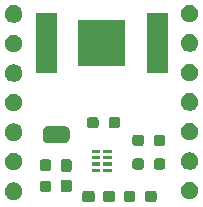
<source format=gbs>
%TF.GenerationSoftware,KiCad,Pcbnew,9.0.7-9.0.7~ubuntu24.04.1*%
%TF.CreationDate,2026-01-03T22:14:34+01:00*%
%TF.ProjectId,rtc_xiao_esp32s3,7274635f-7869-4616-9f5f-657370333273,1.0*%
%TF.SameCoordinates,Original*%
%TF.FileFunction,Soldermask,Bot*%
%TF.FilePolarity,Negative*%
%FSLAX46Y46*%
G04 Gerber Fmt 4.6, Leading zero omitted, Abs format (unit mm)*
G04 Created by KiCad (PCBNEW 9.0.7-9.0.7~ubuntu24.04.1) date 2026-01-03 22:14:34*
%MOMM*%
%LPD*%
G01*
G04 APERTURE LIST*
G04 APERTURE END LIST*
G36*
X123940730Y-113025642D02*
G01*
X123990412Y-113031406D01*
X124007389Y-113038902D01*
X124028387Y-113043079D01*
X124050867Y-113058099D01*
X124071326Y-113067133D01*
X124085298Y-113081105D01*
X124105438Y-113094562D01*
X124118894Y-113114701D01*
X124132866Y-113128673D01*
X124141899Y-113149130D01*
X124156921Y-113171613D01*
X124161098Y-113192611D01*
X124168592Y-113209584D01*
X124174353Y-113259247D01*
X124175000Y-113262500D01*
X124175000Y-113737500D01*
X124174354Y-113740742D01*
X124168593Y-113790412D01*
X124161098Y-113807385D01*
X124156921Y-113828387D01*
X124141897Y-113850871D01*
X124132866Y-113871326D01*
X124118896Y-113885295D01*
X124105438Y-113905438D01*
X124085295Y-113918896D01*
X124071326Y-113932866D01*
X124050871Y-113941897D01*
X124028387Y-113956921D01*
X124007386Y-113961098D01*
X123990415Y-113968592D01*
X123940753Y-113974352D01*
X123937500Y-113975000D01*
X123337500Y-113975000D01*
X123334258Y-113974355D01*
X123284587Y-113968593D01*
X123267613Y-113961098D01*
X123246613Y-113956921D01*
X123224130Y-113941898D01*
X123203673Y-113932866D01*
X123189701Y-113918894D01*
X123169562Y-113905438D01*
X123156105Y-113885298D01*
X123142133Y-113871326D01*
X123133099Y-113850866D01*
X123118079Y-113828387D01*
X123113902Y-113807390D01*
X123106407Y-113790415D01*
X123100644Y-113740741D01*
X123100000Y-113737500D01*
X123100000Y-113262500D01*
X123100642Y-113259270D01*
X123106406Y-113209587D01*
X123113902Y-113192608D01*
X123118079Y-113171613D01*
X123133098Y-113149134D01*
X123142133Y-113128673D01*
X123156107Y-113114698D01*
X123169562Y-113094562D01*
X123189698Y-113081107D01*
X123203673Y-113067133D01*
X123224135Y-113058098D01*
X123246613Y-113043079D01*
X123267607Y-113038902D01*
X123284584Y-113031407D01*
X123334259Y-113025644D01*
X123337500Y-113025000D01*
X123937500Y-113025000D01*
X123940730Y-113025642D01*
G37*
G36*
X125665730Y-113025642D02*
G01*
X125715412Y-113031406D01*
X125732389Y-113038902D01*
X125753387Y-113043079D01*
X125775867Y-113058099D01*
X125796326Y-113067133D01*
X125810298Y-113081105D01*
X125830438Y-113094562D01*
X125843894Y-113114701D01*
X125857866Y-113128673D01*
X125866899Y-113149130D01*
X125881921Y-113171613D01*
X125886098Y-113192611D01*
X125893592Y-113209584D01*
X125899353Y-113259247D01*
X125900000Y-113262500D01*
X125900000Y-113737500D01*
X125899354Y-113740742D01*
X125893593Y-113790412D01*
X125886098Y-113807385D01*
X125881921Y-113828387D01*
X125866897Y-113850871D01*
X125857866Y-113871326D01*
X125843896Y-113885295D01*
X125830438Y-113905438D01*
X125810295Y-113918896D01*
X125796326Y-113932866D01*
X125775871Y-113941897D01*
X125753387Y-113956921D01*
X125732386Y-113961098D01*
X125715415Y-113968592D01*
X125665753Y-113974352D01*
X125662500Y-113975000D01*
X125062500Y-113975000D01*
X125059258Y-113974355D01*
X125009587Y-113968593D01*
X124992613Y-113961098D01*
X124971613Y-113956921D01*
X124949130Y-113941898D01*
X124928673Y-113932866D01*
X124914701Y-113918894D01*
X124894562Y-113905438D01*
X124881105Y-113885298D01*
X124867133Y-113871326D01*
X124858099Y-113850866D01*
X124843079Y-113828387D01*
X124838902Y-113807390D01*
X124831407Y-113790415D01*
X124825644Y-113740741D01*
X124825000Y-113737500D01*
X124825000Y-113262500D01*
X124825642Y-113259270D01*
X124831406Y-113209587D01*
X124838902Y-113192608D01*
X124843079Y-113171613D01*
X124858098Y-113149134D01*
X124867133Y-113128673D01*
X124881107Y-113114698D01*
X124894562Y-113094562D01*
X124914698Y-113081107D01*
X124928673Y-113067133D01*
X124949135Y-113058098D01*
X124971613Y-113043079D01*
X124992607Y-113038902D01*
X125009584Y-113031407D01*
X125059259Y-113025644D01*
X125062500Y-113025000D01*
X125662500Y-113025000D01*
X125665730Y-113025642D01*
G37*
G36*
X127340730Y-113025642D02*
G01*
X127390412Y-113031406D01*
X127407389Y-113038902D01*
X127428387Y-113043079D01*
X127450867Y-113058099D01*
X127471326Y-113067133D01*
X127485298Y-113081105D01*
X127505438Y-113094562D01*
X127518894Y-113114701D01*
X127532866Y-113128673D01*
X127541899Y-113149130D01*
X127556921Y-113171613D01*
X127561098Y-113192611D01*
X127568592Y-113209584D01*
X127574353Y-113259247D01*
X127575000Y-113262500D01*
X127575000Y-113737500D01*
X127574354Y-113740742D01*
X127568593Y-113790412D01*
X127561098Y-113807385D01*
X127556921Y-113828387D01*
X127541897Y-113850871D01*
X127532866Y-113871326D01*
X127518896Y-113885295D01*
X127505438Y-113905438D01*
X127485295Y-113918896D01*
X127471326Y-113932866D01*
X127450871Y-113941897D01*
X127428387Y-113956921D01*
X127407386Y-113961098D01*
X127390415Y-113968592D01*
X127340753Y-113974352D01*
X127337500Y-113975000D01*
X126837500Y-113975000D01*
X126834258Y-113974355D01*
X126784587Y-113968593D01*
X126767613Y-113961098D01*
X126746613Y-113956921D01*
X126724130Y-113941898D01*
X126703673Y-113932866D01*
X126689701Y-113918894D01*
X126669562Y-113905438D01*
X126656105Y-113885298D01*
X126642133Y-113871326D01*
X126633099Y-113850866D01*
X126618079Y-113828387D01*
X126613902Y-113807390D01*
X126606407Y-113790415D01*
X126600644Y-113740741D01*
X126600000Y-113737500D01*
X126600000Y-113262500D01*
X126600642Y-113259270D01*
X126606406Y-113209587D01*
X126613902Y-113192608D01*
X126618079Y-113171613D01*
X126633098Y-113149134D01*
X126642133Y-113128673D01*
X126656107Y-113114698D01*
X126669562Y-113094562D01*
X126689698Y-113081107D01*
X126703673Y-113067133D01*
X126724135Y-113058098D01*
X126746613Y-113043079D01*
X126767607Y-113038902D01*
X126784584Y-113031407D01*
X126834259Y-113025644D01*
X126837500Y-113025000D01*
X127337500Y-113025000D01*
X127340730Y-113025642D01*
G37*
G36*
X129165730Y-113025642D02*
G01*
X129215412Y-113031406D01*
X129232389Y-113038902D01*
X129253387Y-113043079D01*
X129275867Y-113058099D01*
X129296326Y-113067133D01*
X129310298Y-113081105D01*
X129330438Y-113094562D01*
X129343894Y-113114701D01*
X129357866Y-113128673D01*
X129366899Y-113149130D01*
X129381921Y-113171613D01*
X129386098Y-113192611D01*
X129393592Y-113209584D01*
X129399353Y-113259247D01*
X129400000Y-113262500D01*
X129400000Y-113737500D01*
X129399354Y-113740742D01*
X129393593Y-113790412D01*
X129386098Y-113807385D01*
X129381921Y-113828387D01*
X129366897Y-113850871D01*
X129357866Y-113871326D01*
X129343896Y-113885295D01*
X129330438Y-113905438D01*
X129310295Y-113918896D01*
X129296326Y-113932866D01*
X129275871Y-113941897D01*
X129253387Y-113956921D01*
X129232386Y-113961098D01*
X129215415Y-113968592D01*
X129165753Y-113974352D01*
X129162500Y-113975000D01*
X128662500Y-113975000D01*
X128659258Y-113974355D01*
X128609587Y-113968593D01*
X128592613Y-113961098D01*
X128571613Y-113956921D01*
X128549130Y-113941898D01*
X128528673Y-113932866D01*
X128514701Y-113918894D01*
X128494562Y-113905438D01*
X128481105Y-113885298D01*
X128467133Y-113871326D01*
X128458099Y-113850866D01*
X128443079Y-113828387D01*
X128438902Y-113807390D01*
X128431407Y-113790415D01*
X128425644Y-113740741D01*
X128425000Y-113737500D01*
X128425000Y-113262500D01*
X128425642Y-113259270D01*
X128431406Y-113209587D01*
X128438902Y-113192608D01*
X128443079Y-113171613D01*
X128458098Y-113149134D01*
X128467133Y-113128673D01*
X128481107Y-113114698D01*
X128494562Y-113094562D01*
X128514698Y-113081107D01*
X128528673Y-113067133D01*
X128549135Y-113058098D01*
X128571613Y-113043079D01*
X128592607Y-113038902D01*
X128609584Y-113031407D01*
X128659259Y-113025644D01*
X128662500Y-113025000D01*
X129162500Y-113025000D01*
X129165730Y-113025642D01*
G37*
G36*
X117517714Y-112332295D02*
G01*
X117653548Y-112388559D01*
X117775795Y-112470242D01*
X117879758Y-112574205D01*
X117961441Y-112696452D01*
X118017705Y-112832286D01*
X118046389Y-112976487D01*
X118046389Y-113123513D01*
X118017705Y-113267714D01*
X117961441Y-113403548D01*
X117879758Y-113525795D01*
X117775795Y-113629758D01*
X117653548Y-113711441D01*
X117517714Y-113767705D01*
X117373513Y-113796389D01*
X117226487Y-113796389D01*
X117082286Y-113767705D01*
X116946452Y-113711441D01*
X116824205Y-113629758D01*
X116720242Y-113525795D01*
X116638559Y-113403548D01*
X116582295Y-113267714D01*
X116553611Y-113123513D01*
X116553611Y-112976487D01*
X116582295Y-112832286D01*
X116638559Y-112696452D01*
X116720242Y-112574205D01*
X116824205Y-112470242D01*
X116946452Y-112388559D01*
X117082286Y-112332295D01*
X117226487Y-112303611D01*
X117373513Y-112303611D01*
X117517714Y-112332295D01*
G37*
G36*
X132417714Y-112282295D02*
G01*
X132553548Y-112338559D01*
X132675795Y-112420242D01*
X132779758Y-112524205D01*
X132861441Y-112646452D01*
X132917705Y-112782286D01*
X132946389Y-112926487D01*
X132946389Y-113073513D01*
X132917705Y-113217714D01*
X132861441Y-113353548D01*
X132779758Y-113475795D01*
X132675795Y-113579758D01*
X132553548Y-113661441D01*
X132417714Y-113717705D01*
X132273513Y-113746389D01*
X132126487Y-113746389D01*
X131982286Y-113717705D01*
X131846452Y-113661441D01*
X131724205Y-113579758D01*
X131620242Y-113475795D01*
X131538559Y-113353548D01*
X131482295Y-113217714D01*
X131453611Y-113073513D01*
X131453611Y-112926487D01*
X131482295Y-112782286D01*
X131538559Y-112646452D01*
X131620242Y-112524205D01*
X131724205Y-112420242D01*
X131846452Y-112338559D01*
X131982286Y-112282295D01*
X132126487Y-112253611D01*
X132273513Y-112253611D01*
X132417714Y-112282295D01*
G37*
G36*
X120240730Y-112175642D02*
G01*
X120290412Y-112181406D01*
X120307389Y-112188902D01*
X120328387Y-112193079D01*
X120350867Y-112208099D01*
X120371326Y-112217133D01*
X120385298Y-112231105D01*
X120405438Y-112244562D01*
X120418894Y-112264701D01*
X120432866Y-112278673D01*
X120441899Y-112299130D01*
X120456921Y-112321613D01*
X120461098Y-112342611D01*
X120468592Y-112359584D01*
X120474353Y-112409247D01*
X120475000Y-112412500D01*
X120475000Y-112912500D01*
X120474354Y-112915742D01*
X120468593Y-112965412D01*
X120461098Y-112982385D01*
X120456921Y-113003387D01*
X120441897Y-113025871D01*
X120432866Y-113046326D01*
X120418896Y-113060295D01*
X120405438Y-113080438D01*
X120385295Y-113093896D01*
X120371326Y-113107866D01*
X120350871Y-113116897D01*
X120328387Y-113131921D01*
X120307386Y-113136098D01*
X120290415Y-113143592D01*
X120240753Y-113149352D01*
X120237500Y-113150000D01*
X119762500Y-113150000D01*
X119759258Y-113149355D01*
X119709587Y-113143593D01*
X119692613Y-113136098D01*
X119671613Y-113131921D01*
X119649130Y-113116898D01*
X119628673Y-113107866D01*
X119614701Y-113093894D01*
X119594562Y-113080438D01*
X119581105Y-113060298D01*
X119567133Y-113046326D01*
X119558099Y-113025866D01*
X119543079Y-113003387D01*
X119538902Y-112982390D01*
X119531407Y-112965415D01*
X119525644Y-112915741D01*
X119525000Y-112912500D01*
X119525000Y-112412500D01*
X119525642Y-112409270D01*
X119531406Y-112359587D01*
X119538902Y-112342608D01*
X119543079Y-112321613D01*
X119558098Y-112299134D01*
X119567133Y-112278673D01*
X119581107Y-112264698D01*
X119594562Y-112244562D01*
X119614698Y-112231107D01*
X119628673Y-112217133D01*
X119649135Y-112208098D01*
X119671613Y-112193079D01*
X119692607Y-112188902D01*
X119709584Y-112181407D01*
X119759259Y-112175644D01*
X119762500Y-112175000D01*
X120237500Y-112175000D01*
X120240730Y-112175642D01*
G37*
G36*
X121990730Y-112075642D02*
G01*
X122040412Y-112081406D01*
X122057389Y-112088902D01*
X122078387Y-112093079D01*
X122100867Y-112108099D01*
X122121326Y-112117133D01*
X122135298Y-112131105D01*
X122155438Y-112144562D01*
X122168894Y-112164701D01*
X122182866Y-112178673D01*
X122191899Y-112199130D01*
X122206921Y-112221613D01*
X122211098Y-112242611D01*
X122218592Y-112259584D01*
X122224353Y-112309247D01*
X122225000Y-112312500D01*
X122225000Y-112912500D01*
X122224354Y-112915742D01*
X122218593Y-112965412D01*
X122211098Y-112982385D01*
X122206921Y-113003387D01*
X122191897Y-113025871D01*
X122182866Y-113046326D01*
X122168896Y-113060295D01*
X122155438Y-113080438D01*
X122135295Y-113093896D01*
X122121326Y-113107866D01*
X122100871Y-113116897D01*
X122078387Y-113131921D01*
X122057386Y-113136098D01*
X122040415Y-113143592D01*
X121990753Y-113149352D01*
X121987500Y-113150000D01*
X121512500Y-113150000D01*
X121509258Y-113149355D01*
X121459587Y-113143593D01*
X121442613Y-113136098D01*
X121421613Y-113131921D01*
X121399130Y-113116898D01*
X121378673Y-113107866D01*
X121364701Y-113093894D01*
X121344562Y-113080438D01*
X121331105Y-113060298D01*
X121317133Y-113046326D01*
X121308099Y-113025866D01*
X121293079Y-113003387D01*
X121288902Y-112982390D01*
X121281407Y-112965415D01*
X121275644Y-112915741D01*
X121275000Y-112912500D01*
X121275000Y-112312500D01*
X121275642Y-112309270D01*
X121281406Y-112259587D01*
X121288902Y-112242608D01*
X121293079Y-112221613D01*
X121308098Y-112199134D01*
X121317133Y-112178673D01*
X121331107Y-112164698D01*
X121344562Y-112144562D01*
X121364698Y-112131107D01*
X121378673Y-112117133D01*
X121399135Y-112108098D01*
X121421613Y-112093079D01*
X121442607Y-112088902D01*
X121459584Y-112081407D01*
X121509259Y-112075644D01*
X121512500Y-112075000D01*
X121987500Y-112075000D01*
X121990730Y-112075642D01*
G37*
G36*
X121990730Y-110350642D02*
G01*
X122040412Y-110356406D01*
X122057389Y-110363902D01*
X122078387Y-110368079D01*
X122100867Y-110383099D01*
X122121326Y-110392133D01*
X122135298Y-110406105D01*
X122155438Y-110419562D01*
X122168894Y-110439701D01*
X122182866Y-110453673D01*
X122191899Y-110474130D01*
X122206921Y-110496613D01*
X122211098Y-110517611D01*
X122218592Y-110534584D01*
X122224353Y-110584247D01*
X122225000Y-110587500D01*
X122225000Y-111187500D01*
X122224354Y-111190742D01*
X122218593Y-111240412D01*
X122211098Y-111257385D01*
X122206921Y-111278387D01*
X122191897Y-111300871D01*
X122182866Y-111321326D01*
X122168896Y-111335295D01*
X122155438Y-111355438D01*
X122135295Y-111368896D01*
X122121326Y-111382866D01*
X122100871Y-111391897D01*
X122078387Y-111406921D01*
X122057386Y-111411098D01*
X122040415Y-111418592D01*
X121990753Y-111424352D01*
X121987500Y-111425000D01*
X121512500Y-111425000D01*
X121509258Y-111424355D01*
X121459587Y-111418593D01*
X121442613Y-111411098D01*
X121421613Y-111406921D01*
X121399130Y-111391898D01*
X121378673Y-111382866D01*
X121364701Y-111368894D01*
X121344562Y-111355438D01*
X121331105Y-111335298D01*
X121317133Y-111321326D01*
X121308099Y-111300866D01*
X121293079Y-111278387D01*
X121288902Y-111257390D01*
X121281407Y-111240415D01*
X121275644Y-111190741D01*
X121275000Y-111187500D01*
X121275000Y-110587500D01*
X121275642Y-110584270D01*
X121281406Y-110534587D01*
X121288902Y-110517608D01*
X121293079Y-110496613D01*
X121308098Y-110474134D01*
X121317133Y-110453673D01*
X121331107Y-110439698D01*
X121344562Y-110419562D01*
X121364698Y-110406107D01*
X121378673Y-110392133D01*
X121399135Y-110383098D01*
X121421613Y-110368079D01*
X121442607Y-110363902D01*
X121459584Y-110356407D01*
X121509259Y-110350644D01*
X121512500Y-110350000D01*
X121987500Y-110350000D01*
X121990730Y-110350642D01*
G37*
G36*
X124600000Y-111425000D02*
G01*
X123900000Y-111425000D01*
X123900000Y-111155000D01*
X124600000Y-111155000D01*
X124600000Y-111425000D01*
G37*
G36*
X125600000Y-111425000D02*
G01*
X124900000Y-111425000D01*
X124900000Y-111155000D01*
X125600000Y-111155000D01*
X125600000Y-111425000D01*
G37*
G36*
X120240730Y-110350642D02*
G01*
X120290412Y-110356406D01*
X120307389Y-110363902D01*
X120328387Y-110368079D01*
X120350867Y-110383099D01*
X120371326Y-110392133D01*
X120385298Y-110406105D01*
X120405438Y-110419562D01*
X120418894Y-110439701D01*
X120432866Y-110453673D01*
X120441899Y-110474130D01*
X120456921Y-110496613D01*
X120461098Y-110517611D01*
X120468592Y-110534584D01*
X120474353Y-110584247D01*
X120475000Y-110587500D01*
X120475000Y-111087500D01*
X120474354Y-111090742D01*
X120468593Y-111140412D01*
X120461098Y-111157385D01*
X120456921Y-111178387D01*
X120441897Y-111200871D01*
X120432866Y-111221326D01*
X120418896Y-111235295D01*
X120405438Y-111255438D01*
X120385295Y-111268896D01*
X120371326Y-111282866D01*
X120350871Y-111291897D01*
X120328387Y-111306921D01*
X120307386Y-111311098D01*
X120290415Y-111318592D01*
X120240753Y-111324352D01*
X120237500Y-111325000D01*
X119762500Y-111325000D01*
X119759258Y-111324355D01*
X119709587Y-111318593D01*
X119692613Y-111311098D01*
X119671613Y-111306921D01*
X119649130Y-111291898D01*
X119628673Y-111282866D01*
X119614701Y-111268894D01*
X119594562Y-111255438D01*
X119581105Y-111235298D01*
X119567133Y-111221326D01*
X119558099Y-111200866D01*
X119543079Y-111178387D01*
X119538902Y-111157390D01*
X119531407Y-111140415D01*
X119525644Y-111090741D01*
X119525000Y-111087500D01*
X119525000Y-110587500D01*
X119525642Y-110584270D01*
X119531406Y-110534587D01*
X119538902Y-110517608D01*
X119543079Y-110496613D01*
X119558098Y-110474134D01*
X119567133Y-110453673D01*
X119581107Y-110439698D01*
X119594562Y-110419562D01*
X119614698Y-110406107D01*
X119628673Y-110392133D01*
X119649135Y-110383098D01*
X119671613Y-110368079D01*
X119692607Y-110363902D01*
X119709584Y-110356407D01*
X119759259Y-110350644D01*
X119762500Y-110350000D01*
X120237500Y-110350000D01*
X120240730Y-110350642D01*
G37*
G36*
X117517714Y-109832295D02*
G01*
X117653548Y-109888559D01*
X117775795Y-109970242D01*
X117879758Y-110074205D01*
X117961441Y-110196452D01*
X118017705Y-110332286D01*
X118046389Y-110476487D01*
X118046389Y-110623513D01*
X118017705Y-110767714D01*
X117961441Y-110903548D01*
X117879758Y-111025795D01*
X117775795Y-111129758D01*
X117653548Y-111211441D01*
X117517714Y-111267705D01*
X117373513Y-111296389D01*
X117226487Y-111296389D01*
X117082286Y-111267705D01*
X116946452Y-111211441D01*
X116824205Y-111129758D01*
X116720242Y-111025795D01*
X116638559Y-110903548D01*
X116582295Y-110767714D01*
X116553611Y-110623513D01*
X116553611Y-110476487D01*
X116582295Y-110332286D01*
X116638559Y-110196452D01*
X116720242Y-110074205D01*
X116824205Y-109970242D01*
X116946452Y-109888559D01*
X117082286Y-109832295D01*
X117226487Y-109803611D01*
X117373513Y-109803611D01*
X117517714Y-109832295D01*
G37*
G36*
X132417714Y-109782295D02*
G01*
X132553548Y-109838559D01*
X132675795Y-109920242D01*
X132779758Y-110024205D01*
X132861441Y-110146452D01*
X132917705Y-110282286D01*
X132946389Y-110426487D01*
X132946389Y-110573513D01*
X132917705Y-110717714D01*
X132861441Y-110853548D01*
X132779758Y-110975795D01*
X132675795Y-111079758D01*
X132553548Y-111161441D01*
X132417714Y-111217705D01*
X132273513Y-111246389D01*
X132126487Y-111246389D01*
X131982286Y-111217705D01*
X131846452Y-111161441D01*
X131724205Y-111079758D01*
X131620242Y-110975795D01*
X131538559Y-110853548D01*
X131482295Y-110717714D01*
X131453611Y-110573513D01*
X131453611Y-110426487D01*
X131482295Y-110282286D01*
X131538559Y-110146452D01*
X131620242Y-110024205D01*
X131724205Y-109920242D01*
X131846452Y-109838559D01*
X131982286Y-109782295D01*
X132126487Y-109753611D01*
X132273513Y-109753611D01*
X132417714Y-109782295D01*
G37*
G36*
X128090730Y-110275642D02*
G01*
X128140412Y-110281406D01*
X128157389Y-110288902D01*
X128178387Y-110293079D01*
X128200867Y-110308099D01*
X128221326Y-110317133D01*
X128235298Y-110331105D01*
X128255438Y-110344562D01*
X128268894Y-110364701D01*
X128282866Y-110378673D01*
X128291899Y-110399130D01*
X128306921Y-110421613D01*
X128311098Y-110442611D01*
X128318592Y-110459584D01*
X128324353Y-110509247D01*
X128325000Y-110512500D01*
X128325000Y-110987500D01*
X128324354Y-110990742D01*
X128318593Y-111040412D01*
X128311098Y-111057385D01*
X128306921Y-111078387D01*
X128291897Y-111100871D01*
X128282866Y-111121326D01*
X128268896Y-111135295D01*
X128255438Y-111155438D01*
X128235295Y-111168896D01*
X128221326Y-111182866D01*
X128200871Y-111191897D01*
X128178387Y-111206921D01*
X128157386Y-111211098D01*
X128140415Y-111218592D01*
X128090753Y-111224352D01*
X128087500Y-111225000D01*
X127587500Y-111225000D01*
X127584258Y-111224355D01*
X127534587Y-111218593D01*
X127517613Y-111211098D01*
X127496613Y-111206921D01*
X127474130Y-111191898D01*
X127453673Y-111182866D01*
X127439701Y-111168894D01*
X127419562Y-111155438D01*
X127406105Y-111135298D01*
X127392133Y-111121326D01*
X127383099Y-111100866D01*
X127368079Y-111078387D01*
X127363902Y-111057390D01*
X127356407Y-111040415D01*
X127350644Y-110990741D01*
X127350000Y-110987500D01*
X127350000Y-110512500D01*
X127350642Y-110509270D01*
X127356406Y-110459587D01*
X127363902Y-110442608D01*
X127368079Y-110421613D01*
X127383098Y-110399134D01*
X127392133Y-110378673D01*
X127406107Y-110364698D01*
X127419562Y-110344562D01*
X127439698Y-110331107D01*
X127453673Y-110317133D01*
X127474135Y-110308098D01*
X127496613Y-110293079D01*
X127517607Y-110288902D01*
X127534584Y-110281407D01*
X127584259Y-110275644D01*
X127587500Y-110275000D01*
X128087500Y-110275000D01*
X128090730Y-110275642D01*
G37*
G36*
X129915730Y-110275642D02*
G01*
X129965412Y-110281406D01*
X129982389Y-110288902D01*
X130003387Y-110293079D01*
X130025867Y-110308099D01*
X130046326Y-110317133D01*
X130060298Y-110331105D01*
X130080438Y-110344562D01*
X130093894Y-110364701D01*
X130107866Y-110378673D01*
X130116899Y-110399130D01*
X130131921Y-110421613D01*
X130136098Y-110442611D01*
X130143592Y-110459584D01*
X130149353Y-110509247D01*
X130150000Y-110512500D01*
X130150000Y-110987500D01*
X130149354Y-110990742D01*
X130143593Y-111040412D01*
X130136098Y-111057385D01*
X130131921Y-111078387D01*
X130116897Y-111100871D01*
X130107866Y-111121326D01*
X130093896Y-111135295D01*
X130080438Y-111155438D01*
X130060295Y-111168896D01*
X130046326Y-111182866D01*
X130025871Y-111191897D01*
X130003387Y-111206921D01*
X129982386Y-111211098D01*
X129965415Y-111218592D01*
X129915753Y-111224352D01*
X129912500Y-111225000D01*
X129412500Y-111225000D01*
X129409258Y-111224355D01*
X129359587Y-111218593D01*
X129342613Y-111211098D01*
X129321613Y-111206921D01*
X129299130Y-111191898D01*
X129278673Y-111182866D01*
X129264701Y-111168894D01*
X129244562Y-111155438D01*
X129231105Y-111135298D01*
X129217133Y-111121326D01*
X129208099Y-111100866D01*
X129193079Y-111078387D01*
X129188902Y-111057390D01*
X129181407Y-111040415D01*
X129175644Y-110990741D01*
X129175000Y-110987500D01*
X129175000Y-110512500D01*
X129175642Y-110509270D01*
X129181406Y-110459587D01*
X129188902Y-110442608D01*
X129193079Y-110421613D01*
X129208098Y-110399134D01*
X129217133Y-110378673D01*
X129231107Y-110364698D01*
X129244562Y-110344562D01*
X129264698Y-110331107D01*
X129278673Y-110317133D01*
X129299135Y-110308098D01*
X129321613Y-110293079D01*
X129342607Y-110288902D01*
X129359584Y-110281407D01*
X129409259Y-110275644D01*
X129412500Y-110275000D01*
X129912500Y-110275000D01*
X129915730Y-110275642D01*
G37*
G36*
X124600000Y-110885000D02*
G01*
X123900000Y-110885000D01*
X123900000Y-110615000D01*
X124600000Y-110615000D01*
X124600000Y-110885000D01*
G37*
G36*
X125600000Y-110885000D02*
G01*
X124900000Y-110885000D01*
X124900000Y-110615000D01*
X125600000Y-110615000D01*
X125600000Y-110885000D01*
G37*
G36*
X124600000Y-110345000D02*
G01*
X123900000Y-110345000D01*
X123900000Y-110075000D01*
X124600000Y-110075000D01*
X124600000Y-110345000D01*
G37*
G36*
X125600000Y-110345000D02*
G01*
X124900000Y-110345000D01*
X124900000Y-110075000D01*
X125600000Y-110075000D01*
X125600000Y-110345000D01*
G37*
G36*
X124600000Y-109805000D02*
G01*
X123900000Y-109805000D01*
X123900000Y-109535000D01*
X124600000Y-109535000D01*
X124600000Y-109805000D01*
G37*
G36*
X125600000Y-109805000D02*
G01*
X124900000Y-109805000D01*
X124900000Y-109535000D01*
X125600000Y-109535000D01*
X125600000Y-109805000D01*
G37*
G36*
X128090730Y-108275642D02*
G01*
X128140412Y-108281406D01*
X128157389Y-108288902D01*
X128178387Y-108293079D01*
X128200867Y-108308099D01*
X128221326Y-108317133D01*
X128235298Y-108331105D01*
X128255438Y-108344562D01*
X128268894Y-108364701D01*
X128282866Y-108378673D01*
X128291899Y-108399130D01*
X128306921Y-108421613D01*
X128311098Y-108442611D01*
X128318592Y-108459584D01*
X128324353Y-108509247D01*
X128325000Y-108512500D01*
X128325000Y-108987500D01*
X128324354Y-108990742D01*
X128318593Y-109040412D01*
X128311098Y-109057385D01*
X128306921Y-109078387D01*
X128291897Y-109100871D01*
X128282866Y-109121326D01*
X128268896Y-109135295D01*
X128255438Y-109155438D01*
X128235295Y-109168896D01*
X128221326Y-109182866D01*
X128200871Y-109191897D01*
X128178387Y-109206921D01*
X128157386Y-109211098D01*
X128140415Y-109218592D01*
X128090753Y-109224352D01*
X128087500Y-109225000D01*
X127587500Y-109225000D01*
X127584258Y-109224355D01*
X127534587Y-109218593D01*
X127517613Y-109211098D01*
X127496613Y-109206921D01*
X127474130Y-109191898D01*
X127453673Y-109182866D01*
X127439701Y-109168894D01*
X127419562Y-109155438D01*
X127406105Y-109135298D01*
X127392133Y-109121326D01*
X127383099Y-109100866D01*
X127368079Y-109078387D01*
X127363902Y-109057390D01*
X127356407Y-109040415D01*
X127350644Y-108990741D01*
X127350000Y-108987500D01*
X127350000Y-108512500D01*
X127350642Y-108509270D01*
X127356406Y-108459587D01*
X127363902Y-108442608D01*
X127368079Y-108421613D01*
X127383098Y-108399134D01*
X127392133Y-108378673D01*
X127406107Y-108364698D01*
X127419562Y-108344562D01*
X127439698Y-108331107D01*
X127453673Y-108317133D01*
X127474135Y-108308098D01*
X127496613Y-108293079D01*
X127517607Y-108288902D01*
X127534584Y-108281407D01*
X127584259Y-108275644D01*
X127587500Y-108275000D01*
X128087500Y-108275000D01*
X128090730Y-108275642D01*
G37*
G36*
X129915730Y-108275642D02*
G01*
X129965412Y-108281406D01*
X129982389Y-108288902D01*
X130003387Y-108293079D01*
X130025867Y-108308099D01*
X130046326Y-108317133D01*
X130060298Y-108331105D01*
X130080438Y-108344562D01*
X130093894Y-108364701D01*
X130107866Y-108378673D01*
X130116899Y-108399130D01*
X130131921Y-108421613D01*
X130136098Y-108442611D01*
X130143592Y-108459584D01*
X130149353Y-108509247D01*
X130150000Y-108512500D01*
X130150000Y-108987500D01*
X130149354Y-108990742D01*
X130143593Y-109040412D01*
X130136098Y-109057385D01*
X130131921Y-109078387D01*
X130116897Y-109100871D01*
X130107866Y-109121326D01*
X130093896Y-109135295D01*
X130080438Y-109155438D01*
X130060295Y-109168896D01*
X130046326Y-109182866D01*
X130025871Y-109191897D01*
X130003387Y-109206921D01*
X129982386Y-109211098D01*
X129965415Y-109218592D01*
X129915753Y-109224352D01*
X129912500Y-109225000D01*
X129412500Y-109225000D01*
X129409258Y-109224355D01*
X129359587Y-109218593D01*
X129342613Y-109211098D01*
X129321613Y-109206921D01*
X129299130Y-109191898D01*
X129278673Y-109182866D01*
X129264701Y-109168894D01*
X129244562Y-109155438D01*
X129231105Y-109135298D01*
X129217133Y-109121326D01*
X129208099Y-109100866D01*
X129193079Y-109078387D01*
X129188902Y-109057390D01*
X129181407Y-109040415D01*
X129175644Y-108990741D01*
X129175000Y-108987500D01*
X129175000Y-108512500D01*
X129175642Y-108509270D01*
X129181406Y-108459587D01*
X129188902Y-108442608D01*
X129193079Y-108421613D01*
X129208098Y-108399134D01*
X129217133Y-108378673D01*
X129231107Y-108364698D01*
X129244562Y-108344562D01*
X129264698Y-108331107D01*
X129278673Y-108317133D01*
X129299135Y-108308098D01*
X129321613Y-108293079D01*
X129342607Y-108288902D01*
X129359584Y-108281407D01*
X129409259Y-108275644D01*
X129412500Y-108275000D01*
X129912500Y-108275000D01*
X129915730Y-108275642D01*
G37*
G36*
X120753536Y-107496464D02*
G01*
X120754719Y-107499321D01*
X120758131Y-107500000D01*
X121041869Y-107500000D01*
X121045280Y-107499321D01*
X121046464Y-107496464D01*
X121050000Y-107495000D01*
X121550000Y-107495000D01*
X121553536Y-107496464D01*
X121554549Y-107498912D01*
X121556388Y-107499278D01*
X121612641Y-107499278D01*
X121615263Y-107499278D01*
X121616557Y-107499448D01*
X121619091Y-107500127D01*
X121740097Y-107532549D01*
X121740101Y-107532550D01*
X121742636Y-107533230D01*
X121743842Y-107533730D01*
X121746114Y-107535041D01*
X121746117Y-107535043D01*
X121854608Y-107597680D01*
X121854611Y-107597682D01*
X121856881Y-107598993D01*
X121857917Y-107599787D01*
X121950213Y-107692083D01*
X121951007Y-107693119D01*
X121952317Y-107695389D01*
X121952319Y-107695391D01*
X122014956Y-107803882D01*
X122016270Y-107806158D01*
X122016770Y-107807364D01*
X122050552Y-107933443D01*
X122050722Y-107934737D01*
X122050722Y-107937358D01*
X122050722Y-107993612D01*
X122051087Y-107995449D01*
X122053536Y-107996464D01*
X122055000Y-108000000D01*
X122055000Y-108500000D01*
X122053536Y-108503536D01*
X122051087Y-108504549D01*
X122050722Y-108506387D01*
X122050722Y-108565263D01*
X122050552Y-108566557D01*
X122016770Y-108692636D01*
X122016270Y-108693842D01*
X121951007Y-108806881D01*
X121950213Y-108807917D01*
X121857917Y-108900213D01*
X121856881Y-108901007D01*
X121743842Y-108966270D01*
X121742636Y-108966770D01*
X121616557Y-109000552D01*
X121615263Y-109000722D01*
X121612641Y-109000722D01*
X121556388Y-109000722D01*
X121554549Y-109001087D01*
X121553536Y-109003536D01*
X121550000Y-109005000D01*
X121542044Y-109005000D01*
X121057956Y-109005000D01*
X121050000Y-109005000D01*
X121046464Y-109003536D01*
X121045280Y-109000678D01*
X121041869Y-109000000D01*
X120758131Y-109000000D01*
X120754719Y-109000678D01*
X120753536Y-109003536D01*
X120750000Y-109005000D01*
X120742044Y-109005000D01*
X120257956Y-109005000D01*
X120250000Y-109005000D01*
X120246464Y-109003536D01*
X120245450Y-109001087D01*
X120243612Y-109000722D01*
X120184737Y-109000722D01*
X120183443Y-109000552D01*
X120057364Y-108966770D01*
X120056158Y-108966270D01*
X119943119Y-108901007D01*
X119942083Y-108900213D01*
X119849787Y-108807917D01*
X119848993Y-108806881D01*
X119847682Y-108804611D01*
X119847680Y-108804608D01*
X119785043Y-108696117D01*
X119785041Y-108696114D01*
X119783730Y-108693842D01*
X119783230Y-108692636D01*
X119782550Y-108690101D01*
X119782549Y-108690097D01*
X119750127Y-108569091D01*
X119749448Y-108566557D01*
X119749278Y-108565263D01*
X119749278Y-108506387D01*
X119748912Y-108504549D01*
X119746464Y-108503536D01*
X119745000Y-108500000D01*
X119745000Y-108000000D01*
X119746464Y-107996464D01*
X119748912Y-107995449D01*
X119749278Y-107993612D01*
X119749278Y-107937358D01*
X119749278Y-107934737D01*
X119749448Y-107933443D01*
X119750127Y-107930908D01*
X119782549Y-107809902D01*
X119782551Y-107809895D01*
X119783230Y-107807364D01*
X119783730Y-107806158D01*
X119785040Y-107803888D01*
X119785043Y-107803882D01*
X119847680Y-107695391D01*
X119847685Y-107695384D01*
X119848993Y-107693119D01*
X119849787Y-107692083D01*
X119942083Y-107599787D01*
X119943119Y-107598993D01*
X119945384Y-107597685D01*
X119945391Y-107597680D01*
X120053882Y-107535043D01*
X120053888Y-107535040D01*
X120056158Y-107533730D01*
X120057364Y-107533230D01*
X120059895Y-107532551D01*
X120059902Y-107532549D01*
X120180908Y-107500127D01*
X120180909Y-107500126D01*
X120183443Y-107499448D01*
X120184737Y-107499278D01*
X120243612Y-107499278D01*
X120245450Y-107498912D01*
X120246464Y-107496464D01*
X120250000Y-107495000D01*
X120750000Y-107495000D01*
X120753536Y-107496464D01*
G37*
G36*
X117517714Y-107332295D02*
G01*
X117653548Y-107388559D01*
X117775795Y-107470242D01*
X117879758Y-107574205D01*
X117961441Y-107696452D01*
X118017705Y-107832286D01*
X118046389Y-107976487D01*
X118046389Y-108123513D01*
X118017705Y-108267714D01*
X117961441Y-108403548D01*
X117879758Y-108525795D01*
X117775795Y-108629758D01*
X117653548Y-108711441D01*
X117517714Y-108767705D01*
X117373513Y-108796389D01*
X117226487Y-108796389D01*
X117082286Y-108767705D01*
X116946452Y-108711441D01*
X116824205Y-108629758D01*
X116720242Y-108525795D01*
X116638559Y-108403548D01*
X116582295Y-108267714D01*
X116553611Y-108123513D01*
X116553611Y-107976487D01*
X116582295Y-107832286D01*
X116638559Y-107696452D01*
X116720242Y-107574205D01*
X116824205Y-107470242D01*
X116946452Y-107388559D01*
X117082286Y-107332295D01*
X117226487Y-107303611D01*
X117373513Y-107303611D01*
X117517714Y-107332295D01*
G37*
G36*
X132417714Y-107282295D02*
G01*
X132553548Y-107338559D01*
X132675795Y-107420242D01*
X132779758Y-107524205D01*
X132861441Y-107646452D01*
X132917705Y-107782286D01*
X132946389Y-107926487D01*
X132946389Y-108073513D01*
X132917705Y-108217714D01*
X132861441Y-108353548D01*
X132779758Y-108475795D01*
X132675795Y-108579758D01*
X132553548Y-108661441D01*
X132417714Y-108717705D01*
X132273513Y-108746389D01*
X132126487Y-108746389D01*
X131982286Y-108717705D01*
X131846452Y-108661441D01*
X131724205Y-108579758D01*
X131620242Y-108475795D01*
X131538559Y-108353548D01*
X131482295Y-108217714D01*
X131453611Y-108073513D01*
X131453611Y-107926487D01*
X131482295Y-107782286D01*
X131538559Y-107646452D01*
X131620242Y-107524205D01*
X131724205Y-107420242D01*
X131846452Y-107338559D01*
X131982286Y-107282295D01*
X132126487Y-107253611D01*
X132273513Y-107253611D01*
X132417714Y-107282295D01*
G37*
G36*
X124253230Y-106775642D02*
G01*
X124302912Y-106781406D01*
X124319889Y-106788902D01*
X124340887Y-106793079D01*
X124363367Y-106808099D01*
X124383826Y-106817133D01*
X124397798Y-106831105D01*
X124417938Y-106844562D01*
X124431394Y-106864701D01*
X124445366Y-106878673D01*
X124454399Y-106899130D01*
X124469421Y-106921613D01*
X124473598Y-106942611D01*
X124481092Y-106959584D01*
X124486853Y-107009247D01*
X124487500Y-107012500D01*
X124487500Y-107487500D01*
X124486854Y-107490742D01*
X124481093Y-107540412D01*
X124473598Y-107557385D01*
X124469421Y-107578387D01*
X124454397Y-107600871D01*
X124445366Y-107621326D01*
X124431396Y-107635295D01*
X124417938Y-107655438D01*
X124397795Y-107668896D01*
X124383826Y-107682866D01*
X124363371Y-107691897D01*
X124340887Y-107706921D01*
X124319886Y-107711098D01*
X124302915Y-107718592D01*
X124253253Y-107724352D01*
X124250000Y-107725000D01*
X123750000Y-107725000D01*
X123746758Y-107724355D01*
X123697087Y-107718593D01*
X123680113Y-107711098D01*
X123659113Y-107706921D01*
X123636630Y-107691898D01*
X123616173Y-107682866D01*
X123602201Y-107668894D01*
X123582062Y-107655438D01*
X123568605Y-107635298D01*
X123554633Y-107621326D01*
X123545599Y-107600866D01*
X123530579Y-107578387D01*
X123526402Y-107557390D01*
X123518907Y-107540415D01*
X123513144Y-107490741D01*
X123512500Y-107487500D01*
X123512500Y-107012500D01*
X123513142Y-107009270D01*
X123518906Y-106959587D01*
X123526402Y-106942608D01*
X123530579Y-106921613D01*
X123545598Y-106899134D01*
X123554633Y-106878673D01*
X123568607Y-106864698D01*
X123582062Y-106844562D01*
X123602198Y-106831107D01*
X123616173Y-106817133D01*
X123636635Y-106808098D01*
X123659113Y-106793079D01*
X123680107Y-106788902D01*
X123697084Y-106781407D01*
X123746759Y-106775644D01*
X123750000Y-106775000D01*
X124250000Y-106775000D01*
X124253230Y-106775642D01*
G37*
G36*
X126078230Y-106775642D02*
G01*
X126127912Y-106781406D01*
X126144889Y-106788902D01*
X126165887Y-106793079D01*
X126188367Y-106808099D01*
X126208826Y-106817133D01*
X126222798Y-106831105D01*
X126242938Y-106844562D01*
X126256394Y-106864701D01*
X126270366Y-106878673D01*
X126279399Y-106899130D01*
X126294421Y-106921613D01*
X126298598Y-106942611D01*
X126306092Y-106959584D01*
X126311853Y-107009247D01*
X126312500Y-107012500D01*
X126312500Y-107487500D01*
X126311854Y-107490742D01*
X126306093Y-107540412D01*
X126298598Y-107557385D01*
X126294421Y-107578387D01*
X126279397Y-107600871D01*
X126270366Y-107621326D01*
X126256396Y-107635295D01*
X126242938Y-107655438D01*
X126222795Y-107668896D01*
X126208826Y-107682866D01*
X126188371Y-107691897D01*
X126165887Y-107706921D01*
X126144886Y-107711098D01*
X126127915Y-107718592D01*
X126078253Y-107724352D01*
X126075000Y-107725000D01*
X125575000Y-107725000D01*
X125571758Y-107724355D01*
X125522087Y-107718593D01*
X125505113Y-107711098D01*
X125484113Y-107706921D01*
X125461630Y-107691898D01*
X125441173Y-107682866D01*
X125427201Y-107668894D01*
X125407062Y-107655438D01*
X125393605Y-107635298D01*
X125379633Y-107621326D01*
X125370599Y-107600866D01*
X125355579Y-107578387D01*
X125351402Y-107557390D01*
X125343907Y-107540415D01*
X125338144Y-107490741D01*
X125337500Y-107487500D01*
X125337500Y-107012500D01*
X125338142Y-107009270D01*
X125343906Y-106959587D01*
X125351402Y-106942608D01*
X125355579Y-106921613D01*
X125370598Y-106899134D01*
X125379633Y-106878673D01*
X125393607Y-106864698D01*
X125407062Y-106844562D01*
X125427198Y-106831107D01*
X125441173Y-106817133D01*
X125461635Y-106808098D01*
X125484113Y-106793079D01*
X125505107Y-106788902D01*
X125522084Y-106781407D01*
X125571759Y-106775644D01*
X125575000Y-106775000D01*
X126075000Y-106775000D01*
X126078230Y-106775642D01*
G37*
G36*
X117517714Y-104832295D02*
G01*
X117653548Y-104888559D01*
X117775795Y-104970242D01*
X117879758Y-105074205D01*
X117961441Y-105196452D01*
X118017705Y-105332286D01*
X118046389Y-105476487D01*
X118046389Y-105623513D01*
X118017705Y-105767714D01*
X117961441Y-105903548D01*
X117879758Y-106025795D01*
X117775795Y-106129758D01*
X117653548Y-106211441D01*
X117517714Y-106267705D01*
X117373513Y-106296389D01*
X117226487Y-106296389D01*
X117082286Y-106267705D01*
X116946452Y-106211441D01*
X116824205Y-106129758D01*
X116720242Y-106025795D01*
X116638559Y-105903548D01*
X116582295Y-105767714D01*
X116553611Y-105623513D01*
X116553611Y-105476487D01*
X116582295Y-105332286D01*
X116638559Y-105196452D01*
X116720242Y-105074205D01*
X116824205Y-104970242D01*
X116946452Y-104888559D01*
X117082286Y-104832295D01*
X117226487Y-104803611D01*
X117373513Y-104803611D01*
X117517714Y-104832295D01*
G37*
G36*
X132417714Y-104782295D02*
G01*
X132553548Y-104838559D01*
X132675795Y-104920242D01*
X132779758Y-105024205D01*
X132861441Y-105146452D01*
X132917705Y-105282286D01*
X132946389Y-105426487D01*
X132946389Y-105573513D01*
X132917705Y-105717714D01*
X132861441Y-105853548D01*
X132779758Y-105975795D01*
X132675795Y-106079758D01*
X132553548Y-106161441D01*
X132417714Y-106217705D01*
X132273513Y-106246389D01*
X132126487Y-106246389D01*
X131982286Y-106217705D01*
X131846452Y-106161441D01*
X131724205Y-106079758D01*
X131620242Y-105975795D01*
X131538559Y-105853548D01*
X131482295Y-105717714D01*
X131453611Y-105573513D01*
X131453611Y-105426487D01*
X131482295Y-105282286D01*
X131538559Y-105146452D01*
X131620242Y-105024205D01*
X131724205Y-104920242D01*
X131846452Y-104838559D01*
X131982286Y-104782295D01*
X132126487Y-104753611D01*
X132273513Y-104753611D01*
X132417714Y-104782295D01*
G37*
G36*
X117517714Y-102332295D02*
G01*
X117653548Y-102388559D01*
X117775795Y-102470242D01*
X117879758Y-102574205D01*
X117961441Y-102696452D01*
X118017705Y-102832286D01*
X118046389Y-102976487D01*
X118046389Y-103123513D01*
X118017705Y-103267714D01*
X117961441Y-103403548D01*
X117879758Y-103525795D01*
X117775795Y-103629758D01*
X117653548Y-103711441D01*
X117517714Y-103767705D01*
X117373513Y-103796389D01*
X117226487Y-103796389D01*
X117082286Y-103767705D01*
X116946452Y-103711441D01*
X116824205Y-103629758D01*
X116720242Y-103525795D01*
X116638559Y-103403548D01*
X116582295Y-103267714D01*
X116553611Y-103123513D01*
X116553611Y-102976487D01*
X116582295Y-102832286D01*
X116638559Y-102696452D01*
X116720242Y-102574205D01*
X116824205Y-102470242D01*
X116946452Y-102388559D01*
X117082286Y-102332295D01*
X117226487Y-102303611D01*
X117373513Y-102303611D01*
X117517714Y-102332295D01*
G37*
G36*
X132417714Y-102282295D02*
G01*
X132553548Y-102338559D01*
X132675795Y-102420242D01*
X132779758Y-102524205D01*
X132861441Y-102646452D01*
X132917705Y-102782286D01*
X132946389Y-102926487D01*
X132946389Y-103073513D01*
X132917705Y-103217714D01*
X132861441Y-103353548D01*
X132779758Y-103475795D01*
X132675795Y-103579758D01*
X132553548Y-103661441D01*
X132417714Y-103717705D01*
X132273513Y-103746389D01*
X132126487Y-103746389D01*
X131982286Y-103717705D01*
X131846452Y-103661441D01*
X131724205Y-103579758D01*
X131620242Y-103475795D01*
X131538559Y-103353548D01*
X131482295Y-103217714D01*
X131453611Y-103073513D01*
X131453611Y-102926487D01*
X131482295Y-102782286D01*
X131538559Y-102646452D01*
X131620242Y-102524205D01*
X131724205Y-102420242D01*
X131846452Y-102338559D01*
X131982286Y-102282295D01*
X132126487Y-102253611D01*
X132273513Y-102253611D01*
X132417714Y-102282295D01*
G37*
G36*
X120940000Y-103040000D02*
G01*
X119160000Y-103040000D01*
X119160000Y-97960000D01*
X120940000Y-97960000D01*
X120940000Y-103040000D01*
G37*
G36*
X130340000Y-103040000D02*
G01*
X128560000Y-103040000D01*
X128560000Y-97960000D01*
X130340000Y-97960000D01*
X130340000Y-103040000D01*
G37*
G36*
X126730000Y-102480000D02*
G01*
X122770000Y-102480000D01*
X122770000Y-98520000D01*
X126730000Y-98520000D01*
X126730000Y-102480000D01*
G37*
G36*
X117517714Y-99832295D02*
G01*
X117653548Y-99888559D01*
X117775795Y-99970242D01*
X117879758Y-100074205D01*
X117961441Y-100196452D01*
X118017705Y-100332286D01*
X118046389Y-100476487D01*
X118046389Y-100623513D01*
X118017705Y-100767714D01*
X117961441Y-100903548D01*
X117879758Y-101025795D01*
X117775795Y-101129758D01*
X117653548Y-101211441D01*
X117517714Y-101267705D01*
X117373513Y-101296389D01*
X117226487Y-101296389D01*
X117082286Y-101267705D01*
X116946452Y-101211441D01*
X116824205Y-101129758D01*
X116720242Y-101025795D01*
X116638559Y-100903548D01*
X116582295Y-100767714D01*
X116553611Y-100623513D01*
X116553611Y-100476487D01*
X116582295Y-100332286D01*
X116638559Y-100196452D01*
X116720242Y-100074205D01*
X116824205Y-99970242D01*
X116946452Y-99888559D01*
X117082286Y-99832295D01*
X117226487Y-99803611D01*
X117373513Y-99803611D01*
X117517714Y-99832295D01*
G37*
G36*
X132417714Y-99782295D02*
G01*
X132553548Y-99838559D01*
X132675795Y-99920242D01*
X132779758Y-100024205D01*
X132861441Y-100146452D01*
X132917705Y-100282286D01*
X132946389Y-100426487D01*
X132946389Y-100573513D01*
X132917705Y-100717714D01*
X132861441Y-100853548D01*
X132779758Y-100975795D01*
X132675795Y-101079758D01*
X132553548Y-101161441D01*
X132417714Y-101217705D01*
X132273513Y-101246389D01*
X132126487Y-101246389D01*
X131982286Y-101217705D01*
X131846452Y-101161441D01*
X131724205Y-101079758D01*
X131620242Y-100975795D01*
X131538559Y-100853548D01*
X131482295Y-100717714D01*
X131453611Y-100573513D01*
X131453611Y-100426487D01*
X131482295Y-100282286D01*
X131538559Y-100146452D01*
X131620242Y-100024205D01*
X131724205Y-99920242D01*
X131846452Y-99838559D01*
X131982286Y-99782295D01*
X132126487Y-99753611D01*
X132273513Y-99753611D01*
X132417714Y-99782295D01*
G37*
G36*
X117517714Y-97332295D02*
G01*
X117653548Y-97388559D01*
X117775795Y-97470242D01*
X117879758Y-97574205D01*
X117961441Y-97696452D01*
X118017705Y-97832286D01*
X118046389Y-97976487D01*
X118046389Y-98123513D01*
X118017705Y-98267714D01*
X117961441Y-98403548D01*
X117879758Y-98525795D01*
X117775795Y-98629758D01*
X117653548Y-98711441D01*
X117517714Y-98767705D01*
X117373513Y-98796389D01*
X117226487Y-98796389D01*
X117082286Y-98767705D01*
X116946452Y-98711441D01*
X116824205Y-98629758D01*
X116720242Y-98525795D01*
X116638559Y-98403548D01*
X116582295Y-98267714D01*
X116553611Y-98123513D01*
X116553611Y-97976487D01*
X116582295Y-97832286D01*
X116638559Y-97696452D01*
X116720242Y-97574205D01*
X116824205Y-97470242D01*
X116946452Y-97388559D01*
X117082286Y-97332295D01*
X117226487Y-97303611D01*
X117373513Y-97303611D01*
X117517714Y-97332295D01*
G37*
G36*
X132417714Y-97282295D02*
G01*
X132553548Y-97338559D01*
X132675795Y-97420242D01*
X132779758Y-97524205D01*
X132861441Y-97646452D01*
X132917705Y-97782286D01*
X132946389Y-97926487D01*
X132946389Y-98073513D01*
X132917705Y-98217714D01*
X132861441Y-98353548D01*
X132779758Y-98475795D01*
X132675795Y-98579758D01*
X132553548Y-98661441D01*
X132417714Y-98717705D01*
X132273513Y-98746389D01*
X132126487Y-98746389D01*
X131982286Y-98717705D01*
X131846452Y-98661441D01*
X131724205Y-98579758D01*
X131620242Y-98475795D01*
X131538559Y-98353548D01*
X131482295Y-98217714D01*
X131453611Y-98073513D01*
X131453611Y-97926487D01*
X131482295Y-97782286D01*
X131538559Y-97646452D01*
X131620242Y-97524205D01*
X131724205Y-97420242D01*
X131846452Y-97338559D01*
X131982286Y-97282295D01*
X132126487Y-97253611D01*
X132273513Y-97253611D01*
X132417714Y-97282295D01*
G37*
M02*

</source>
